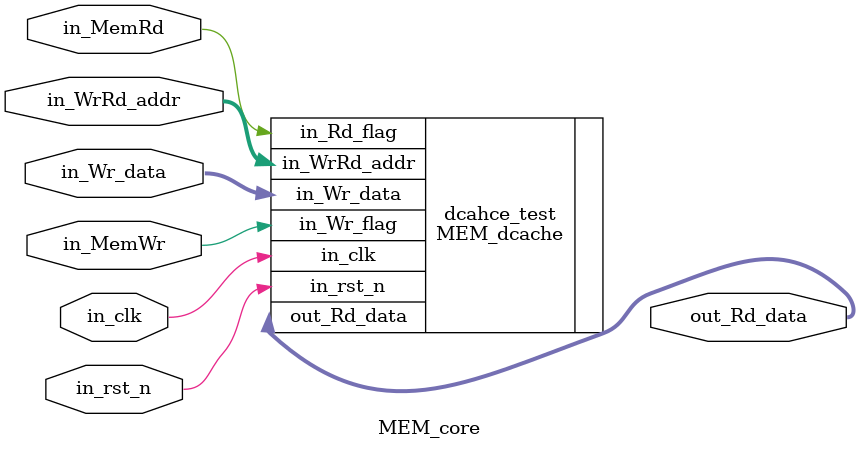
<source format=v>
module MEM_core (
    input         in_clk        ,
    input         in_rst_n      ,
    input         in_MemWr      ,
    input         in_MemRd      ,

    input [31:0]  in_Wr_data    ,
    input [31:0]  in_WrRd_addr  ,

    output [31:0] out_Rd_data   
); 

MEM_dcache dcahce_test(
    .in_clk       (   in_clk        ),
    .in_rst_n     (   in_rst_n      ),
    .in_Wr_flag   (   in_MemWr      ),
    .in_Rd_flag   (   in_MemRd      ),
    .in_Wr_data   (   in_Wr_data    ),
    .in_WrRd_addr (   in_WrRd_addr  ),

    .out_Rd_data  (   out_Rd_data   )
);

endmodule
</source>
